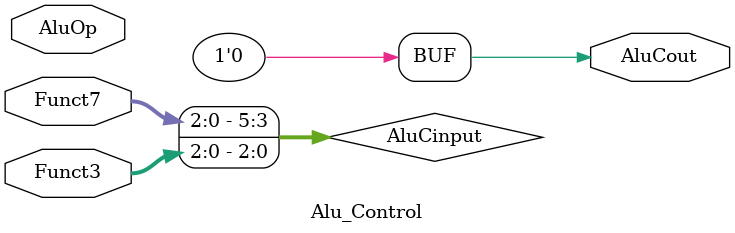
<source format=v>
module Alu_Control(AluOp ,Funct7 ,Funct3 ,AluCout);

input [1:0] AluOp;
input [6:0] Funct7;
input [2:0] Funct3;
output reg AluCout;
wire [5:0] AluCinput;

assign AluCinput = {AluOp,Funct7,Funct3};

always@(AluCinput)

 casex(AluCinput)
   
   12'b00xxxxxxxxxx: AluCout=4'b0010;
   12'bx1xxxxxxxxxx: AluCout=4'b0110;
   12'b1x0000000000: AluCout=4'b0010;
   12'b1x0100000000: AluCout=4'b0110;
   12'b1x0000000111: AluCout=4'b0000;
   12'b1x0000000110: AluCout=4'b0001;
   
   default: AluCout=4'b0000;
   
  endcase
 
endmodule
   
   
</source>
